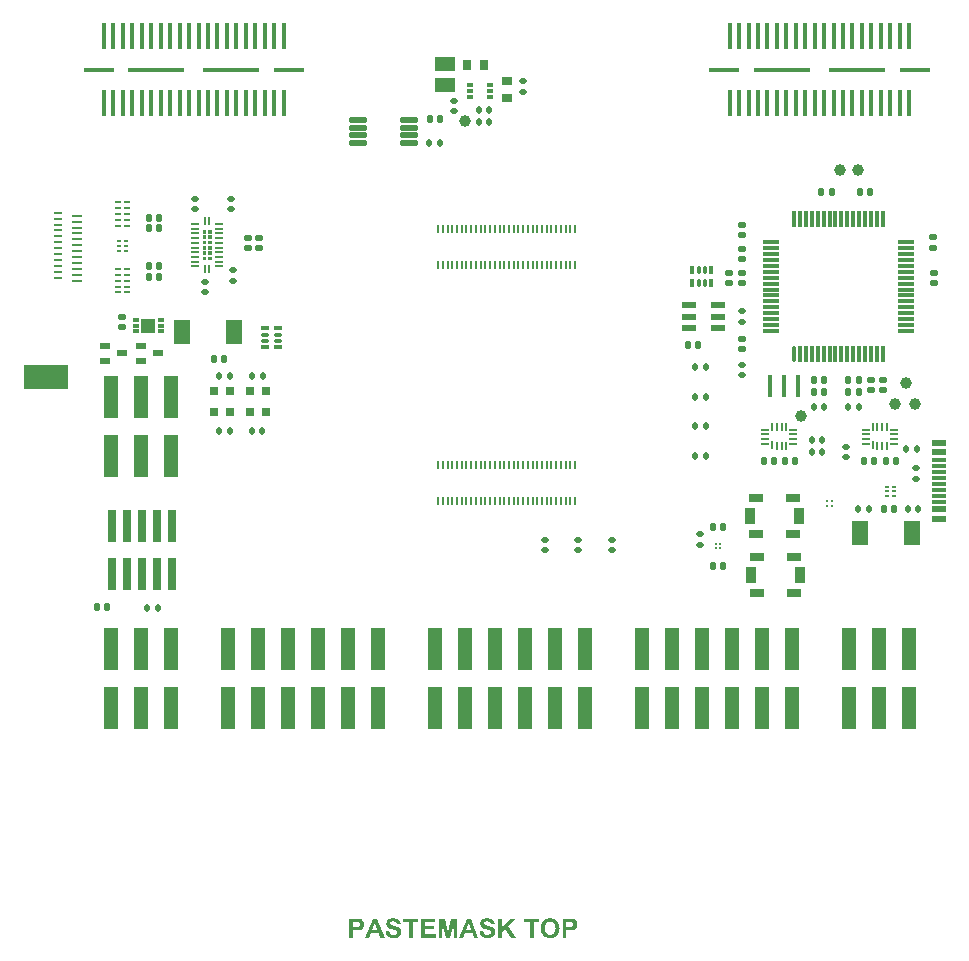
<source format=gtp>
G04*
G04 #@! TF.GenerationSoftware,Altium Limited,Altium Designer,23.2.1 (34)*
G04*
G04 Layer_Color=8421504*
%FSLAX25Y25*%
%MOIN*%
G70*
G04*
G04 #@! TF.SameCoordinates,387CD6D3-576D-47AB-95CD-A910FB3B32EF*
G04*
G04*
G04 #@! TF.FilePolarity,Positive*
G04*
G01*
G75*
%ADD21R,0.05000X0.14488*%
G04:AMPARAMS|DCode=22|XSize=21.26mil|YSize=23.62mil|CornerRadius=5.53mil|HoleSize=0mil|Usage=FLASHONLY|Rotation=180.000|XOffset=0mil|YOffset=0mil|HoleType=Round|Shape=RoundedRectangle|*
%AMROUNDEDRECTD22*
21,1,0.02126,0.01257,0,0,180.0*
21,1,0.01021,0.02362,0,0,180.0*
1,1,0.01106,-0.00510,0.00628*
1,1,0.01106,0.00510,0.00628*
1,1,0.01106,0.00510,-0.00628*
1,1,0.01106,-0.00510,-0.00628*
%
%ADD22ROUNDEDRECTD22*%
G04:AMPARAMS|DCode=23|XSize=19.68mil|YSize=23.62mil|CornerRadius=5.12mil|HoleSize=0mil|Usage=FLASHONLY|Rotation=0.000|XOffset=0mil|YOffset=0mil|HoleType=Round|Shape=RoundedRectangle|*
%AMROUNDEDRECTD23*
21,1,0.01968,0.01339,0,0,0.0*
21,1,0.00945,0.02362,0,0,0.0*
1,1,0.01024,0.00472,-0.00669*
1,1,0.01024,-0.00472,-0.00669*
1,1,0.01024,-0.00472,0.00669*
1,1,0.01024,0.00472,0.00669*
%
%ADD23ROUNDEDRECTD23*%
%ADD24R,0.02900X0.11000*%
%ADD25R,0.05512X0.08268*%
%ADD26C,0.01000*%
G04:AMPARAMS|DCode=27|XSize=21.26mil|YSize=23.62mil|CornerRadius=5.53mil|HoleSize=0mil|Usage=FLASHONLY|Rotation=90.000|XOffset=0mil|YOffset=0mil|HoleType=Round|Shape=RoundedRectangle|*
%AMROUNDEDRECTD27*
21,1,0.02126,0.01257,0,0,90.0*
21,1,0.01021,0.02362,0,0,90.0*
1,1,0.01106,0.00628,0.00510*
1,1,0.01106,0.00628,-0.00510*
1,1,0.01106,-0.00628,-0.00510*
1,1,0.01106,-0.00628,0.00510*
%
%ADD27ROUNDEDRECTD27*%
%ADD28R,0.03740X0.05512*%
%ADD29R,0.04528X0.02953*%
%ADD30R,0.02953X0.03150*%
%ADD31R,0.03268X0.02047*%
%ADD32R,0.01870X0.01181*%
%ADD33C,0.03937*%
%ADD34R,0.07165X0.04724*%
%ADD35R,0.04500X0.02300*%
%ADD36R,0.04500X0.01200*%
G04:AMPARAMS|DCode=37|XSize=57.87mil|YSize=18.9mil|CornerRadius=2.36mil|HoleSize=0mil|Usage=FLASHONLY|Rotation=0.000|XOffset=0mil|YOffset=0mil|HoleType=Round|Shape=RoundedRectangle|*
%AMROUNDEDRECTD37*
21,1,0.05787,0.01417,0,0,0.0*
21,1,0.05315,0.01890,0,0,0.0*
1,1,0.00472,0.02657,-0.00709*
1,1,0.00472,-0.02657,-0.00709*
1,1,0.00472,-0.02657,0.00709*
1,1,0.00472,0.02657,0.00709*
%
%ADD37ROUNDEDRECTD37*%
%ADD38R,0.02600X0.03700*%
%ADD39R,0.03700X0.02600*%
G04:AMPARAMS|DCode=40|XSize=19.68mil|YSize=23.62mil|CornerRadius=5.12mil|HoleSize=0mil|Usage=FLASHONLY|Rotation=90.000|XOffset=0mil|YOffset=0mil|HoleType=Round|Shape=RoundedRectangle|*
%AMROUNDEDRECTD40*
21,1,0.01968,0.01339,0,0,90.0*
21,1,0.00945,0.02362,0,0,90.0*
1,1,0.01024,0.00669,0.00472*
1,1,0.01024,0.00669,-0.00472*
1,1,0.01024,-0.00669,-0.00472*
1,1,0.01024,-0.00669,0.00472*
%
%ADD40ROUNDEDRECTD40*%
%ADD41R,0.01575X0.07480*%
%ADD42C,0.00800*%
G04:AMPARAMS|DCode=43|XSize=23.62mil|YSize=7.87mil|CornerRadius=0.98mil|HoleSize=0mil|Usage=FLASHONLY|Rotation=180.000|XOffset=0mil|YOffset=0mil|HoleType=Round|Shape=RoundedRectangle|*
%AMROUNDEDRECTD43*
21,1,0.02362,0.00591,0,0,180.0*
21,1,0.02165,0.00787,0,0,180.0*
1,1,0.00197,-0.01083,0.00295*
1,1,0.00197,0.01083,0.00295*
1,1,0.00197,0.01083,-0.00295*
1,1,0.00197,-0.01083,-0.00295*
%
%ADD43ROUNDEDRECTD43*%
G04:AMPARAMS|DCode=44|XSize=27.56mil|YSize=7.87mil|CornerRadius=0.98mil|HoleSize=0mil|Usage=FLASHONLY|Rotation=90.000|XOffset=0mil|YOffset=0mil|HoleType=Round|Shape=RoundedRectangle|*
%AMROUNDEDRECTD44*
21,1,0.02756,0.00591,0,0,90.0*
21,1,0.02559,0.00787,0,0,90.0*
1,1,0.00197,0.00295,0.01280*
1,1,0.00197,0.00295,-0.01280*
1,1,0.00197,-0.00295,-0.01280*
1,1,0.00197,-0.00295,0.01280*
%
%ADD44ROUNDEDRECTD44*%
G04:AMPARAMS|DCode=45|XSize=23.62mil|YSize=7.87mil|CornerRadius=0.98mil|HoleSize=0mil|Usage=FLASHONLY|Rotation=90.000|XOffset=0mil|YOffset=0mil|HoleType=Round|Shape=RoundedRectangle|*
%AMROUNDEDRECTD45*
21,1,0.02362,0.00591,0,0,90.0*
21,1,0.02165,0.00787,0,0,90.0*
1,1,0.00197,0.00295,0.01083*
1,1,0.00197,0.00295,-0.01083*
1,1,0.00197,-0.00295,-0.01083*
1,1,0.00197,-0.00295,0.01083*
%
%ADD45ROUNDEDRECTD45*%
%ADD46R,0.00787X0.02756*%
G04:AMPARAMS|DCode=47|XSize=25.59mil|YSize=15.75mil|CornerRadius=3.94mil|HoleSize=0mil|Usage=FLASHONLY|Rotation=180.000|XOffset=0mil|YOffset=0mil|HoleType=Round|Shape=RoundedRectangle|*
%AMROUNDEDRECTD47*
21,1,0.02559,0.00787,0,0,180.0*
21,1,0.01772,0.01575,0,0,180.0*
1,1,0.00787,-0.00886,0.00394*
1,1,0.00787,0.00886,0.00394*
1,1,0.00787,0.00886,-0.00394*
1,1,0.00787,-0.00886,-0.00394*
%
%ADD47ROUNDEDRECTD47*%
G04:AMPARAMS|DCode=48|XSize=25.59mil|YSize=11.81mil|CornerRadius=2.95mil|HoleSize=0mil|Usage=FLASHONLY|Rotation=180.000|XOffset=0mil|YOffset=0mil|HoleType=Round|Shape=RoundedRectangle|*
%AMROUNDEDRECTD48*
21,1,0.02559,0.00591,0,0,180.0*
21,1,0.01968,0.01181,0,0,180.0*
1,1,0.00591,-0.00984,0.00295*
1,1,0.00591,0.00984,0.00295*
1,1,0.00591,0.00984,-0.00295*
1,1,0.00591,-0.00984,-0.00295*
%
%ADD48ROUNDEDRECTD48*%
%ADD49R,0.15000X0.08000*%
%ADD50R,0.03150X0.01063*%
%ADD51R,0.03543X0.01063*%
G04:AMPARAMS|DCode=52|XSize=22.24mil|YSize=7.87mil|CornerRadius=1.97mil|HoleSize=0mil|Usage=FLASHONLY|Rotation=0.000|XOffset=0mil|YOffset=0mil|HoleType=Round|Shape=RoundedRectangle|*
%AMROUNDEDRECTD52*
21,1,0.02224,0.00394,0,0,0.0*
21,1,0.01831,0.00787,0,0,0.0*
1,1,0.00394,0.00915,-0.00197*
1,1,0.00394,-0.00915,-0.00197*
1,1,0.00394,-0.00915,0.00197*
1,1,0.00394,0.00915,0.00197*
%
%ADD52ROUNDEDRECTD52*%
G04:AMPARAMS|DCode=53|XSize=22.24mil|YSize=7.87mil|CornerRadius=0.98mil|HoleSize=0mil|Usage=FLASHONLY|Rotation=0.000|XOffset=0mil|YOffset=0mil|HoleType=Round|Shape=RoundedRectangle|*
%AMROUNDEDRECTD53*
21,1,0.02224,0.00591,0,0,0.0*
21,1,0.02028,0.00787,0,0,0.0*
1,1,0.00197,0.01014,-0.00295*
1,1,0.00197,-0.01014,-0.00295*
1,1,0.00197,-0.01014,0.00295*
1,1,0.00197,0.01014,0.00295*
%
%ADD53ROUNDEDRECTD53*%
G04:AMPARAMS|DCode=54|XSize=25.98mil|YSize=8.66mil|CornerRadius=1.08mil|HoleSize=0mil|Usage=FLASHONLY|Rotation=180.000|XOffset=0mil|YOffset=0mil|HoleType=Round|Shape=RoundedRectangle|*
%AMROUNDEDRECTD54*
21,1,0.02598,0.00650,0,0,180.0*
21,1,0.02382,0.00866,0,0,180.0*
1,1,0.00217,-0.01191,0.00325*
1,1,0.00217,0.01191,0.00325*
1,1,0.00217,0.01191,-0.00325*
1,1,0.00217,-0.01191,-0.00325*
%
%ADD54ROUNDEDRECTD54*%
G04:AMPARAMS|DCode=55|XSize=8.66mil|YSize=25.98mil|CornerRadius=1.08mil|HoleSize=0mil|Usage=FLASHONLY|Rotation=180.000|XOffset=0mil|YOffset=0mil|HoleType=Round|Shape=RoundedRectangle|*
%AMROUNDEDRECTD55*
21,1,0.00866,0.02382,0,0,180.0*
21,1,0.00650,0.02598,0,0,180.0*
1,1,0.00217,-0.00325,0.01191*
1,1,0.00217,0.00325,0.01191*
1,1,0.00217,0.00325,-0.01191*
1,1,0.00217,-0.00325,-0.01191*
%
%ADD55ROUNDEDRECTD55*%
%ADD56R,0.04528X0.05118*%
%ADD57R,0.02362X0.01181*%
%ADD58R,0.01654X0.00866*%
G04:AMPARAMS|DCode=59|XSize=47.64mil|YSize=22.84mil|CornerRadius=2.85mil|HoleSize=0mil|Usage=FLASHONLY|Rotation=180.000|XOffset=0mil|YOffset=0mil|HoleType=Round|Shape=RoundedRectangle|*
%AMROUNDEDRECTD59*
21,1,0.04764,0.01713,0,0,180.0*
21,1,0.04193,0.02284,0,0,180.0*
1,1,0.00571,-0.02097,0.00856*
1,1,0.00571,0.02097,0.00856*
1,1,0.00571,0.02097,-0.00856*
1,1,0.00571,-0.02097,-0.00856*
%
%ADD59ROUNDEDRECTD59*%
%ADD60R,0.05807X0.01181*%
%ADD61R,0.01181X0.05807*%
%ADD62O,0.01181X0.05807*%
%ADD63R,0.01614X0.08937*%
%ADD64R,0.01614X0.08937*%
%ADD65R,0.10000X0.01693*%
%ADD66R,0.18504X0.01693*%
G04:AMPARAMS|DCode=67|XSize=25.59mil|YSize=15.75mil|CornerRadius=3.94mil|HoleSize=0mil|Usage=FLASHONLY|Rotation=90.000|XOffset=0mil|YOffset=0mil|HoleType=Round|Shape=RoundedRectangle|*
%AMROUNDEDRECTD67*
21,1,0.02559,0.00787,0,0,90.0*
21,1,0.01772,0.01575,0,0,90.0*
1,1,0.00787,0.00394,0.00886*
1,1,0.00787,0.00394,-0.00886*
1,1,0.00787,-0.00394,-0.00886*
1,1,0.00787,-0.00394,0.00886*
%
%ADD67ROUNDEDRECTD67*%
G04:AMPARAMS|DCode=68|XSize=25.59mil|YSize=11.81mil|CornerRadius=2.95mil|HoleSize=0mil|Usage=FLASHONLY|Rotation=90.000|XOffset=0mil|YOffset=0mil|HoleType=Round|Shape=RoundedRectangle|*
%AMROUNDEDRECTD68*
21,1,0.02559,0.00591,0,0,90.0*
21,1,0.01968,0.01181,0,0,90.0*
1,1,0.00591,0.00295,0.00984*
1,1,0.00591,0.00295,-0.00984*
1,1,0.00591,-0.00295,-0.00984*
1,1,0.00591,-0.00295,0.00984*
%
%ADD68ROUNDEDRECTD68*%
G36*
X59119Y164390D02*
X57938D01*
Y165571D01*
X59119D01*
Y164390D01*
D02*
G37*
G36*
X57348D02*
X56166D01*
Y165571D01*
X57348D01*
Y164390D01*
D02*
G37*
G36*
X59119Y162618D02*
X57938D01*
Y163799D01*
X59119D01*
Y162618D01*
D02*
G37*
G36*
X57348D02*
X56166D01*
Y163799D01*
X57348D01*
Y162618D01*
D02*
G37*
G36*
X59119Y160847D02*
X57938D01*
Y162028D01*
X59119D01*
Y160847D01*
D02*
G37*
G36*
X57348D02*
X56166D01*
Y162028D01*
X57348D01*
Y160847D01*
D02*
G37*
G36*
X59119Y169705D02*
X57938D01*
Y170886D01*
X59119D01*
Y169705D01*
D02*
G37*
G36*
X57348D02*
X56166D01*
Y170886D01*
X57348D01*
Y169705D01*
D02*
G37*
G36*
X59119Y167933D02*
X57938D01*
Y169114D01*
X59119D01*
Y167933D01*
D02*
G37*
G36*
X57348D02*
X56166D01*
Y169114D01*
X57348D01*
Y167933D01*
D02*
G37*
G36*
X59119Y166162D02*
X57938D01*
Y167343D01*
X59119D01*
Y166162D01*
D02*
G37*
G36*
X57348D02*
X56166D01*
Y167343D01*
X57348D01*
Y166162D01*
D02*
G37*
G36*
X151228Y-58474D02*
X151330Y-58483D01*
X151450Y-58492D01*
X151570Y-58511D01*
X151709Y-58529D01*
X152005Y-58594D01*
X152153Y-58640D01*
X152301Y-58687D01*
X152449Y-58751D01*
X152588Y-58825D01*
X152717Y-58909D01*
X152837Y-59001D01*
X152847Y-59010D01*
X152865Y-59029D01*
X152893Y-59057D01*
X152930Y-59094D01*
X152976Y-59149D01*
X153032Y-59214D01*
X153087Y-59288D01*
X153152Y-59371D01*
X153207Y-59473D01*
X153263Y-59575D01*
X153318Y-59695D01*
X153365Y-59824D01*
X153411Y-59954D01*
X153448Y-60102D01*
X153476Y-60250D01*
X153485Y-60416D01*
X152190Y-60463D01*
Y-60453D01*
Y-60444D01*
X152171Y-60379D01*
X152153Y-60296D01*
X152116Y-60194D01*
X152070Y-60074D01*
X152005Y-59963D01*
X151922Y-59852D01*
X151829Y-59760D01*
X151820Y-59750D01*
X151783Y-59723D01*
X151718Y-59686D01*
X151626Y-59649D01*
X151515Y-59612D01*
X151376Y-59575D01*
X151209Y-59547D01*
X151015Y-59538D01*
X150923D01*
X150821Y-59547D01*
X150701Y-59565D01*
X150562Y-59593D01*
X150414Y-59639D01*
X150275Y-59695D01*
X150146Y-59778D01*
X150136Y-59787D01*
X150118Y-59806D01*
X150081Y-59834D01*
X150044Y-59880D01*
X150007Y-59935D01*
X149970Y-60009D01*
X149951Y-60083D01*
X149942Y-60176D01*
Y-60185D01*
Y-60213D01*
X149951Y-60259D01*
X149970Y-60305D01*
X149988Y-60370D01*
X150016Y-60435D01*
X150062Y-60500D01*
X150127Y-60564D01*
X150136Y-60574D01*
X150183Y-60601D01*
X150210Y-60620D01*
X150257Y-60638D01*
X150303Y-60666D01*
X150368Y-60694D01*
X150442Y-60722D01*
X150525Y-60759D01*
X150627Y-60796D01*
X150728Y-60833D01*
X150858Y-60870D01*
X150997Y-60907D01*
X151145Y-60944D01*
X151311Y-60990D01*
X151320D01*
X151357Y-60999D01*
X151404Y-61008D01*
X151468Y-61027D01*
X151542Y-61045D01*
X151635Y-61073D01*
X151737Y-61101D01*
X151838Y-61129D01*
X152060Y-61203D01*
X152292Y-61277D01*
X152514Y-61360D01*
X152606Y-61406D01*
X152699Y-61452D01*
X152708D01*
X152717Y-61462D01*
X152773Y-61499D01*
X152856Y-61554D01*
X152958Y-61628D01*
X153069Y-61721D01*
X153189Y-61832D01*
X153309Y-61961D01*
X153411Y-62109D01*
X153420Y-62128D01*
X153448Y-62183D01*
X153494Y-62266D01*
X153540Y-62387D01*
X153587Y-62535D01*
X153633Y-62710D01*
X153661Y-62905D01*
X153670Y-63127D01*
Y-63136D01*
Y-63154D01*
Y-63182D01*
Y-63219D01*
X153661Y-63265D01*
X153651Y-63330D01*
X153633Y-63460D01*
X153596Y-63626D01*
X153540Y-63802D01*
X153457Y-63978D01*
X153355Y-64163D01*
Y-64172D01*
X153337Y-64181D01*
X153300Y-64237D01*
X153226Y-64329D01*
X153133Y-64431D01*
X153013Y-64551D01*
X152856Y-64662D01*
X152689Y-64773D01*
X152486Y-64875D01*
X152477D01*
X152458Y-64884D01*
X152430Y-64893D01*
X152384Y-64912D01*
X152329Y-64930D01*
X152264Y-64949D01*
X152190Y-64967D01*
X152107Y-64986D01*
X152005Y-65014D01*
X151903Y-65032D01*
X151663Y-65069D01*
X151394Y-65097D01*
X151098Y-65106D01*
X150978D01*
X150895Y-65097D01*
X150793Y-65088D01*
X150682Y-65078D01*
X150553Y-65060D01*
X150414Y-65032D01*
X150109Y-64967D01*
X149951Y-64921D01*
X149803Y-64875D01*
X149646Y-64810D01*
X149498Y-64736D01*
X149359Y-64653D01*
X149230Y-64551D01*
X149221Y-64542D01*
X149202Y-64523D01*
X149165Y-64496D01*
X149128Y-64449D01*
X149073Y-64385D01*
X149017Y-64311D01*
X148952Y-64227D01*
X148888Y-64135D01*
X148823Y-64024D01*
X148758Y-63904D01*
X148693Y-63765D01*
X148629Y-63617D01*
X148582Y-63460D01*
X148527Y-63284D01*
X148490Y-63099D01*
X148462Y-62905D01*
X149720Y-62784D01*
Y-62794D01*
X149729Y-62812D01*
Y-62849D01*
X149739Y-62886D01*
X149776Y-62997D01*
X149822Y-63136D01*
X149877Y-63293D01*
X149961Y-63450D01*
X150053Y-63589D01*
X150173Y-63719D01*
X150192Y-63728D01*
X150238Y-63765D01*
X150312Y-63811D01*
X150423Y-63867D01*
X150562Y-63922D01*
X150719Y-63968D01*
X150904Y-64005D01*
X151117Y-64015D01*
X151219D01*
X151330Y-63996D01*
X151468Y-63978D01*
X151616Y-63950D01*
X151774Y-63904D01*
X151922Y-63839D01*
X152051Y-63756D01*
X152070Y-63746D01*
X152107Y-63709D01*
X152153Y-63654D01*
X152218Y-63580D01*
X152273Y-63487D01*
X152329Y-63376D01*
X152366Y-63265D01*
X152375Y-63136D01*
Y-63127D01*
Y-63099D01*
X152366Y-63053D01*
X152356Y-62997D01*
X152338Y-62942D01*
X152319Y-62877D01*
X152282Y-62812D01*
X152236Y-62747D01*
X152227Y-62738D01*
X152208Y-62720D01*
X152181Y-62692D01*
X152134Y-62655D01*
X152070Y-62609D01*
X151986Y-62562D01*
X151894Y-62516D01*
X151774Y-62470D01*
X151764D01*
X151727Y-62451D01*
X151663Y-62433D01*
X151616Y-62414D01*
X151561Y-62405D01*
X151496Y-62387D01*
X151422Y-62359D01*
X151339Y-62340D01*
X151246Y-62313D01*
X151135Y-62285D01*
X151015Y-62257D01*
X150886Y-62220D01*
X150738Y-62183D01*
X150728D01*
X150691Y-62174D01*
X150636Y-62155D01*
X150571Y-62137D01*
X150488Y-62109D01*
X150386Y-62081D01*
X150284Y-62044D01*
X150164Y-62007D01*
X149924Y-61915D01*
X149692Y-61804D01*
X149572Y-61748D01*
X149470Y-61684D01*
X149369Y-61619D01*
X149285Y-61554D01*
X149276Y-61545D01*
X149258Y-61526D01*
X149230Y-61499D01*
X149193Y-61462D01*
X149147Y-61406D01*
X149100Y-61341D01*
X149045Y-61277D01*
X148999Y-61193D01*
X148888Y-60999D01*
X148795Y-60777D01*
X148758Y-60657D01*
X148730Y-60537D01*
X148712Y-60398D01*
X148703Y-60259D01*
Y-60250D01*
Y-60241D01*
Y-60213D01*
Y-60176D01*
X148721Y-60083D01*
X148740Y-59963D01*
X148767Y-59824D01*
X148814Y-59667D01*
X148878Y-59501D01*
X148971Y-59343D01*
Y-59334D01*
X148980Y-59325D01*
X149026Y-59269D01*
X149082Y-59195D01*
X149174Y-59103D01*
X149285Y-59001D01*
X149424Y-58890D01*
X149581Y-58788D01*
X149766Y-58696D01*
X149776D01*
X149794Y-58687D01*
X149822Y-58677D01*
X149859Y-58659D01*
X149914Y-58640D01*
X149970Y-58622D01*
X150044Y-58603D01*
X150127Y-58576D01*
X150312Y-58539D01*
X150525Y-58502D01*
X150765Y-58474D01*
X151034Y-58465D01*
X151145D01*
X151228Y-58474D01*
D02*
G37*
G36*
X119917Y-58474D02*
X120018Y-58483D01*
X120139Y-58492D01*
X120259Y-58511D01*
X120398Y-58529D01*
X120694Y-58594D01*
X120842Y-58640D01*
X120990Y-58687D01*
X121138Y-58751D01*
X121276Y-58825D01*
X121406Y-58909D01*
X121526Y-59001D01*
X121535Y-59010D01*
X121554Y-59029D01*
X121582Y-59057D01*
X121619Y-59094D01*
X121665Y-59149D01*
X121720Y-59214D01*
X121776Y-59288D01*
X121841Y-59371D01*
X121896Y-59473D01*
X121952Y-59575D01*
X122007Y-59695D01*
X122053Y-59824D01*
X122100Y-59954D01*
X122137Y-60102D01*
X122164Y-60250D01*
X122174Y-60416D01*
X120879Y-60463D01*
Y-60453D01*
Y-60444D01*
X120860Y-60379D01*
X120842Y-60296D01*
X120805Y-60194D01*
X120758Y-60074D01*
X120694Y-59963D01*
X120610Y-59852D01*
X120518Y-59760D01*
X120509Y-59750D01*
X120472Y-59723D01*
X120407Y-59686D01*
X120314Y-59649D01*
X120203Y-59612D01*
X120065Y-59575D01*
X119898Y-59547D01*
X119704Y-59538D01*
X119611D01*
X119510Y-59547D01*
X119389Y-59565D01*
X119251Y-59593D01*
X119103Y-59639D01*
X118964Y-59695D01*
X118834Y-59778D01*
X118825Y-59787D01*
X118807Y-59806D01*
X118770Y-59834D01*
X118733Y-59880D01*
X118696Y-59935D01*
X118659Y-60009D01*
X118640Y-60083D01*
X118631Y-60176D01*
Y-60185D01*
Y-60213D01*
X118640Y-60259D01*
X118659Y-60305D01*
X118677Y-60370D01*
X118705Y-60435D01*
X118751Y-60500D01*
X118816Y-60564D01*
X118825Y-60574D01*
X118871Y-60601D01*
X118899Y-60620D01*
X118945Y-60638D01*
X118992Y-60666D01*
X119056Y-60694D01*
X119130Y-60722D01*
X119214Y-60759D01*
X119315Y-60796D01*
X119417Y-60833D01*
X119547Y-60870D01*
X119685Y-60907D01*
X119833Y-60944D01*
X120000Y-60990D01*
X120009D01*
X120046Y-60999D01*
X120092Y-61008D01*
X120157Y-61027D01*
X120231Y-61045D01*
X120324Y-61073D01*
X120425Y-61101D01*
X120527Y-61129D01*
X120749Y-61203D01*
X120980Y-61277D01*
X121202Y-61360D01*
X121295Y-61406D01*
X121387Y-61452D01*
X121397D01*
X121406Y-61462D01*
X121461Y-61499D01*
X121545Y-61554D01*
X121646Y-61628D01*
X121757Y-61721D01*
X121878Y-61832D01*
X121998Y-61961D01*
X122100Y-62109D01*
X122109Y-62128D01*
X122137Y-62183D01*
X122183Y-62266D01*
X122229Y-62387D01*
X122275Y-62535D01*
X122322Y-62710D01*
X122349Y-62905D01*
X122359Y-63127D01*
Y-63136D01*
Y-63154D01*
Y-63182D01*
Y-63219D01*
X122349Y-63265D01*
X122340Y-63330D01*
X122322Y-63460D01*
X122285Y-63626D01*
X122229Y-63802D01*
X122146Y-63978D01*
X122044Y-64163D01*
Y-64172D01*
X122026Y-64181D01*
X121989Y-64237D01*
X121915Y-64329D01*
X121822Y-64431D01*
X121702Y-64551D01*
X121545Y-64662D01*
X121378Y-64773D01*
X121175Y-64875D01*
X121165D01*
X121147Y-64884D01*
X121119Y-64893D01*
X121073Y-64912D01*
X121017Y-64930D01*
X120953Y-64949D01*
X120879Y-64967D01*
X120795Y-64986D01*
X120694Y-65014D01*
X120592Y-65032D01*
X120351Y-65069D01*
X120083Y-65097D01*
X119787Y-65106D01*
X119667D01*
X119584Y-65097D01*
X119482Y-65088D01*
X119371Y-65078D01*
X119241Y-65060D01*
X119103Y-65032D01*
X118797Y-64967D01*
X118640Y-64921D01*
X118492Y-64875D01*
X118335Y-64810D01*
X118187Y-64736D01*
X118048Y-64653D01*
X117919Y-64551D01*
X117909Y-64542D01*
X117891Y-64523D01*
X117854Y-64496D01*
X117817Y-64449D01*
X117761Y-64385D01*
X117706Y-64311D01*
X117641Y-64227D01*
X117576Y-64135D01*
X117512Y-64024D01*
X117447Y-63904D01*
X117382Y-63765D01*
X117317Y-63617D01*
X117271Y-63460D01*
X117216Y-63284D01*
X117179Y-63099D01*
X117151Y-62905D01*
X118409Y-62784D01*
Y-62794D01*
X118418Y-62812D01*
Y-62849D01*
X118427Y-62886D01*
X118464Y-62997D01*
X118511Y-63136D01*
X118566Y-63293D01*
X118649Y-63450D01*
X118742Y-63589D01*
X118862Y-63719D01*
X118881Y-63728D01*
X118927Y-63765D01*
X119001Y-63811D01*
X119112Y-63867D01*
X119251Y-63922D01*
X119408Y-63968D01*
X119593Y-64005D01*
X119806Y-64015D01*
X119907D01*
X120018Y-63996D01*
X120157Y-63978D01*
X120305Y-63950D01*
X120462Y-63904D01*
X120610Y-63839D01*
X120740Y-63756D01*
X120758Y-63746D01*
X120795Y-63709D01*
X120842Y-63654D01*
X120906Y-63580D01*
X120962Y-63487D01*
X121017Y-63376D01*
X121054Y-63265D01*
X121064Y-63136D01*
Y-63127D01*
Y-63099D01*
X121054Y-63053D01*
X121045Y-62997D01*
X121027Y-62942D01*
X121008Y-62877D01*
X120971Y-62812D01*
X120925Y-62747D01*
X120916Y-62738D01*
X120897Y-62720D01*
X120869Y-62692D01*
X120823Y-62655D01*
X120758Y-62609D01*
X120675Y-62562D01*
X120583Y-62516D01*
X120462Y-62470D01*
X120453D01*
X120416Y-62451D01*
X120351Y-62433D01*
X120305Y-62414D01*
X120250Y-62405D01*
X120185Y-62387D01*
X120111Y-62359D01*
X120028Y-62340D01*
X119935Y-62313D01*
X119824Y-62285D01*
X119704Y-62257D01*
X119574Y-62220D01*
X119426Y-62183D01*
X119417D01*
X119380Y-62174D01*
X119325Y-62155D01*
X119260Y-62137D01*
X119177Y-62109D01*
X119075Y-62081D01*
X118973Y-62044D01*
X118853Y-62007D01*
X118612Y-61915D01*
X118381Y-61804D01*
X118261Y-61748D01*
X118159Y-61684D01*
X118057Y-61619D01*
X117974Y-61554D01*
X117965Y-61545D01*
X117946Y-61526D01*
X117919Y-61499D01*
X117882Y-61462D01*
X117835Y-61406D01*
X117789Y-61341D01*
X117734Y-61277D01*
X117687Y-61193D01*
X117576Y-60999D01*
X117484Y-60777D01*
X117447Y-60657D01*
X117419Y-60537D01*
X117401Y-60398D01*
X117391Y-60259D01*
Y-60250D01*
Y-60241D01*
Y-60213D01*
Y-60176D01*
X117410Y-60083D01*
X117428Y-59963D01*
X117456Y-59824D01*
X117502Y-59667D01*
X117567Y-59501D01*
X117660Y-59343D01*
Y-59334D01*
X117669Y-59325D01*
X117715Y-59269D01*
X117771Y-59195D01*
X117863Y-59103D01*
X117974Y-59001D01*
X118113Y-58890D01*
X118270Y-58788D01*
X118455Y-58696D01*
X118464D01*
X118483Y-58687D01*
X118511Y-58677D01*
X118548Y-58659D01*
X118603Y-58640D01*
X118659Y-58622D01*
X118733Y-58603D01*
X118816Y-58576D01*
X119001Y-58539D01*
X119214Y-58502D01*
X119454Y-58474D01*
X119722Y-58465D01*
X119833D01*
X119917Y-58474D01*
D02*
G37*
G36*
X158008Y-61082D02*
X160552Y-64986D01*
X158878D01*
X157111Y-61980D01*
X156066Y-63053D01*
Y-64986D01*
X154771D01*
Y-58585D01*
X156066D01*
Y-61434D01*
X158693Y-58585D01*
X160432D01*
X158008Y-61082D01*
D02*
G37*
G36*
X141034Y-64986D02*
X139841D01*
X139832Y-59954D01*
X138574Y-64986D01*
X137325D01*
X136067Y-59954D01*
Y-64986D01*
X134874D01*
Y-58585D01*
X136807D01*
X137954Y-62960D01*
X139092Y-58585D01*
X141034D01*
Y-64986D01*
D02*
G37*
G36*
X178599Y-58594D02*
X178839D01*
X179098Y-58613D01*
X179357Y-58631D01*
X179468Y-58640D01*
X179579Y-58650D01*
X179672Y-58668D01*
X179746Y-58687D01*
X179755D01*
X179773Y-58696D01*
X179801Y-58705D01*
X179838Y-58714D01*
X179940Y-58761D01*
X180069Y-58816D01*
X180208Y-58899D01*
X180365Y-59010D01*
X180513Y-59149D01*
X180661Y-59316D01*
Y-59325D01*
X180680Y-59334D01*
X180698Y-59362D01*
X180717Y-59399D01*
X180754Y-59454D01*
X180782Y-59510D01*
X180819Y-59575D01*
X180856Y-59649D01*
X180920Y-59834D01*
X180985Y-60037D01*
X181022Y-60287D01*
X181041Y-60555D01*
Y-60564D01*
Y-60583D01*
Y-60611D01*
Y-60657D01*
X181031Y-60703D01*
Y-60768D01*
X181013Y-60897D01*
X180985Y-61055D01*
X180948Y-61230D01*
X180893Y-61397D01*
X180819Y-61554D01*
X180809Y-61573D01*
X180782Y-61619D01*
X180735Y-61693D01*
X180671Y-61785D01*
X180597Y-61878D01*
X180495Y-61989D01*
X180393Y-62091D01*
X180273Y-62183D01*
X180254Y-62192D01*
X180217Y-62220D01*
X180153Y-62257D01*
X180069Y-62303D01*
X179968Y-62359D01*
X179857Y-62405D01*
X179736Y-62451D01*
X179607Y-62488D01*
X179588D01*
X179561Y-62498D01*
X179524D01*
X179477Y-62507D01*
X179413Y-62516D01*
X179348Y-62525D01*
X179265D01*
X179181Y-62535D01*
X179080Y-62544D01*
X178969Y-62553D01*
X178848Y-62562D01*
X178719D01*
X178580Y-62572D01*
X177433D01*
Y-64986D01*
X176138D01*
Y-58585D01*
X178497D01*
X178599Y-58594D01*
D02*
G37*
G36*
X168340Y-59667D02*
X166453D01*
Y-64986D01*
X165158D01*
Y-59667D01*
X163262D01*
Y-58585D01*
X168340D01*
Y-59667D01*
D02*
G37*
G36*
X148111Y-64986D02*
X146714D01*
X146159Y-63534D01*
X143587D01*
X143060Y-64986D01*
X141691D01*
X144170Y-58585D01*
X145539D01*
X148111Y-64986D01*
D02*
G37*
G36*
X133671Y-59667D02*
X130221Y-59667D01*
Y-61082D01*
X133431D01*
Y-62165D01*
X130221D01*
Y-63904D01*
X133792Y-63904D01*
Y-64986D01*
X128926Y-64986D01*
Y-58585D01*
X133671Y-58585D01*
Y-59667D01*
D02*
G37*
G36*
X128084Y-59667D02*
X126197D01*
Y-64986D01*
X124902D01*
Y-59667D01*
X123006D01*
Y-58585D01*
X128084D01*
Y-59667D01*
D02*
G37*
G36*
X116799Y-64986D02*
X115403D01*
X114848Y-63534D01*
X112276D01*
X111749Y-64986D01*
X110380D01*
X112859Y-58585D01*
X114228D01*
X116799Y-64986D01*
D02*
G37*
G36*
X107531Y-58594D02*
X107771D01*
X108030Y-58613D01*
X108289Y-58631D01*
X108400Y-58640D01*
X108511Y-58650D01*
X108604Y-58668D01*
X108678Y-58687D01*
X108687D01*
X108706Y-58696D01*
X108733Y-58705D01*
X108770Y-58714D01*
X108872Y-58761D01*
X109002Y-58816D01*
X109140Y-58899D01*
X109298Y-59010D01*
X109446Y-59149D01*
X109594Y-59316D01*
Y-59325D01*
X109612Y-59334D01*
X109631Y-59362D01*
X109649Y-59399D01*
X109686Y-59454D01*
X109714Y-59510D01*
X109751Y-59575D01*
X109788Y-59649D01*
X109853Y-59834D01*
X109917Y-60037D01*
X109954Y-60287D01*
X109973Y-60555D01*
Y-60564D01*
Y-60583D01*
Y-60611D01*
Y-60657D01*
X109964Y-60703D01*
Y-60768D01*
X109945Y-60897D01*
X109917Y-61055D01*
X109880Y-61230D01*
X109825Y-61397D01*
X109751Y-61554D01*
X109742Y-61573D01*
X109714Y-61619D01*
X109668Y-61693D01*
X109603Y-61785D01*
X109529Y-61878D01*
X109427Y-61989D01*
X109325Y-62091D01*
X109205Y-62183D01*
X109187Y-62192D01*
X109150Y-62220D01*
X109085Y-62257D01*
X109002Y-62303D01*
X108900Y-62359D01*
X108789Y-62405D01*
X108669Y-62451D01*
X108539Y-62488D01*
X108521D01*
X108493Y-62498D01*
X108456D01*
X108410Y-62507D01*
X108345Y-62516D01*
X108280Y-62525D01*
X108197D01*
X108114Y-62535D01*
X108012Y-62544D01*
X107901Y-62553D01*
X107781Y-62562D01*
X107651D01*
X107512Y-62572D01*
X106365D01*
Y-64986D01*
X105070D01*
Y-58585D01*
X107429D01*
X107531Y-58594D01*
D02*
G37*
G36*
X172142Y-58474D02*
X172235D01*
X172355Y-58492D01*
X172494Y-58511D01*
X172651Y-58539D01*
X172817Y-58576D01*
X172993Y-58622D01*
X173178Y-58677D01*
X173363Y-58751D01*
X173557Y-58835D01*
X173742Y-58936D01*
X173927Y-59057D01*
X174103Y-59195D01*
X174270Y-59353D01*
X174279Y-59362D01*
X174307Y-59390D01*
X174353Y-59445D01*
X174399Y-59510D01*
X174464Y-59602D01*
X174538Y-59713D01*
X174612Y-59843D01*
X174695Y-59991D01*
X174778Y-60148D01*
X174852Y-60333D01*
X174926Y-60537D01*
X174991Y-60749D01*
X175047Y-60990D01*
X175084Y-61240D01*
X175111Y-61508D01*
X175121Y-61795D01*
Y-61813D01*
Y-61859D01*
X175111Y-61943D01*
Y-62054D01*
X175093Y-62183D01*
X175074Y-62331D01*
X175047Y-62507D01*
X175019Y-62683D01*
X174973Y-62877D01*
X174917Y-63080D01*
X174843Y-63284D01*
X174760Y-63487D01*
X174667Y-63682D01*
X174547Y-63876D01*
X174418Y-64061D01*
X174270Y-64237D01*
X174260Y-64246D01*
X174233Y-64274D01*
X174186Y-64320D01*
X174112Y-64375D01*
X174029Y-64440D01*
X173927Y-64514D01*
X173807Y-64588D01*
X173678Y-64671D01*
X173520Y-64755D01*
X173354Y-64829D01*
X173169Y-64903D01*
X172965Y-64967D01*
X172753Y-65023D01*
X172521Y-65069D01*
X172281Y-65097D01*
X172022Y-65106D01*
X171957D01*
X171883Y-65097D01*
X171791Y-65088D01*
X171670Y-65078D01*
X171532Y-65060D01*
X171374Y-65032D01*
X171208Y-64995D01*
X171023Y-64949D01*
X170847Y-64893D01*
X170653Y-64819D01*
X170468Y-64736D01*
X170274Y-64644D01*
X170098Y-64523D01*
X169922Y-64394D01*
X169756Y-64237D01*
X169746Y-64227D01*
X169719Y-64200D01*
X169682Y-64144D01*
X169626Y-64079D01*
X169561Y-63987D01*
X169487Y-63876D01*
X169413Y-63756D01*
X169339Y-63608D01*
X169256Y-63450D01*
X169182Y-63265D01*
X169108Y-63071D01*
X169043Y-62858D01*
X168988Y-62627D01*
X168951Y-62377D01*
X168923Y-62109D01*
X168914Y-61832D01*
Y-61822D01*
Y-61785D01*
Y-61739D01*
X168923Y-61665D01*
Y-61582D01*
X168932Y-61489D01*
X168942Y-61378D01*
X168951Y-61258D01*
X168988Y-60999D01*
X169034Y-60722D01*
X169108Y-60444D01*
X169201Y-60185D01*
Y-60176D01*
X169210Y-60167D01*
X169228Y-60139D01*
X169238Y-60102D01*
X169293Y-60009D01*
X169358Y-59889D01*
X169441Y-59750D01*
X169543Y-59612D01*
X169663Y-59454D01*
X169793Y-59306D01*
X169802Y-59297D01*
X169811Y-59288D01*
X169857Y-59242D01*
X169941Y-59168D01*
X170042Y-59084D01*
X170163Y-58992D01*
X170301Y-58890D01*
X170459Y-58798D01*
X170625Y-58724D01*
X170634D01*
X170653Y-58714D01*
X170690Y-58696D01*
X170736Y-58687D01*
X170792Y-58659D01*
X170856Y-58640D01*
X170940Y-58622D01*
X171023Y-58594D01*
X171226Y-58548D01*
X171458Y-58502D01*
X171726Y-58474D01*
X172003Y-58465D01*
X172068D01*
X172142Y-58474D01*
D02*
G37*
%LPC*%
G36*
X178395Y-59667D02*
X177433D01*
Y-61489D01*
X178321D01*
X178386Y-61480D01*
X178552D01*
X178719Y-61471D01*
X178885Y-61452D01*
X179033Y-61425D01*
X179098Y-61415D01*
X179154Y-61397D01*
X179163Y-61388D01*
X179200Y-61378D01*
X179246Y-61351D01*
X179302Y-61323D01*
X179366Y-61277D01*
X179431Y-61221D01*
X179505Y-61156D01*
X179561Y-61082D01*
X179570Y-61073D01*
X179588Y-61045D01*
X179607Y-60999D01*
X179635Y-60934D01*
X179662Y-60860D01*
X179690Y-60777D01*
X179699Y-60685D01*
X179709Y-60583D01*
Y-60564D01*
Y-60527D01*
X179699Y-60463D01*
X179681Y-60379D01*
X179653Y-60287D01*
X179616Y-60185D01*
X179570Y-60093D01*
X179496Y-60000D01*
X179487Y-59991D01*
X179459Y-59963D01*
X179413Y-59926D01*
X179357Y-59880D01*
X179283Y-59824D01*
X179191Y-59778D01*
X179089Y-59741D01*
X178978Y-59713D01*
X178969D01*
X178932Y-59704D01*
X178867Y-59695D01*
X178774Y-59686D01*
X178654D01*
X178571Y-59676D01*
X178488D01*
X178395Y-59667D01*
D02*
G37*
G36*
X144845Y-60074D02*
X143976Y-62451D01*
X145743D01*
X144845Y-60074D01*
D02*
G37*
G36*
X113534Y-60074D02*
X112665Y-62451D01*
X114431D01*
X113534Y-60074D01*
D02*
G37*
G36*
X107327Y-59667D02*
X106365D01*
Y-61489D01*
X107253D01*
X107318Y-61480D01*
X107485D01*
X107651Y-61471D01*
X107818Y-61452D01*
X107966Y-61425D01*
X108030Y-61415D01*
X108086Y-61397D01*
X108095Y-61388D01*
X108132Y-61378D01*
X108178Y-61351D01*
X108234Y-61323D01*
X108299Y-61277D01*
X108363Y-61221D01*
X108437Y-61156D01*
X108493Y-61082D01*
X108502Y-61073D01*
X108521Y-61045D01*
X108539Y-60999D01*
X108567Y-60934D01*
X108595Y-60860D01*
X108622Y-60777D01*
X108632Y-60685D01*
X108641Y-60583D01*
Y-60564D01*
Y-60527D01*
X108632Y-60463D01*
X108613Y-60379D01*
X108585Y-60287D01*
X108548Y-60185D01*
X108502Y-60093D01*
X108428Y-60000D01*
X108419Y-59991D01*
X108391Y-59963D01*
X108345Y-59926D01*
X108289Y-59880D01*
X108215Y-59824D01*
X108123Y-59778D01*
X108021Y-59741D01*
X107910Y-59713D01*
X107901D01*
X107864Y-59704D01*
X107799Y-59695D01*
X107707Y-59686D01*
X107586D01*
X107503Y-59676D01*
X107420D01*
X107327Y-59667D01*
D02*
G37*
G36*
X172022Y-59565D02*
X171948D01*
X171892Y-59575D01*
X171818Y-59584D01*
X171744Y-59593D01*
X171559Y-59630D01*
X171356Y-59704D01*
X171245Y-59741D01*
X171134Y-59797D01*
X171032Y-59861D01*
X170921Y-59935D01*
X170819Y-60019D01*
X170727Y-60120D01*
X170718Y-60130D01*
X170708Y-60148D01*
X170681Y-60176D01*
X170653Y-60222D01*
X170616Y-60287D01*
X170579Y-60352D01*
X170533Y-60435D01*
X170486Y-60537D01*
X170440Y-60648D01*
X170394Y-60768D01*
X170357Y-60907D01*
X170320Y-61055D01*
X170292Y-61221D01*
X170264Y-61397D01*
X170255Y-61582D01*
X170246Y-61785D01*
Y-61795D01*
Y-61832D01*
Y-61887D01*
X170255Y-61961D01*
X170264Y-62054D01*
X170274Y-62165D01*
X170292Y-62276D01*
X170311Y-62405D01*
X170366Y-62673D01*
X170459Y-62942D01*
X170514Y-63080D01*
X170579Y-63210D01*
X170662Y-63330D01*
X170745Y-63441D01*
X170755Y-63450D01*
X170773Y-63469D01*
X170801Y-63497D01*
X170838Y-63524D01*
X170884Y-63571D01*
X170949Y-63617D01*
X171014Y-63672D01*
X171097Y-63719D01*
X171273Y-63830D01*
X171495Y-63913D01*
X171615Y-63950D01*
X171744Y-63978D01*
X171883Y-63996D01*
X172022Y-64005D01*
X172096D01*
X172151Y-63996D01*
X172216Y-63987D01*
X172290Y-63978D01*
X172466Y-63931D01*
X172669Y-63867D01*
X172771Y-63820D01*
X172882Y-63774D01*
X172984Y-63709D01*
X173095Y-63635D01*
X173197Y-63552D01*
X173289Y-63450D01*
X173298Y-63441D01*
X173308Y-63423D01*
X173335Y-63395D01*
X173363Y-63349D01*
X173409Y-63284D01*
X173446Y-63210D01*
X173493Y-63127D01*
X173539Y-63025D01*
X173585Y-62914D01*
X173631Y-62794D01*
X173678Y-62655D01*
X173715Y-62498D01*
X173742Y-62340D01*
X173770Y-62165D01*
X173779Y-61970D01*
X173789Y-61767D01*
Y-61758D01*
Y-61721D01*
Y-61665D01*
X173779Y-61582D01*
X173770Y-61489D01*
X173761Y-61388D01*
X173752Y-61267D01*
X173724Y-61147D01*
X173668Y-60879D01*
X173585Y-60601D01*
X173530Y-60463D01*
X173465Y-60342D01*
X173382Y-60222D01*
X173298Y-60111D01*
X173289Y-60102D01*
X173280Y-60083D01*
X173252Y-60065D01*
X173215Y-60028D01*
X173160Y-59982D01*
X173104Y-59935D01*
X173039Y-59889D01*
X172956Y-59834D01*
X172873Y-59787D01*
X172771Y-59741D01*
X172558Y-59649D01*
X172438Y-59612D01*
X172309Y-59593D01*
X172170Y-59575D01*
X172022Y-59565D01*
D02*
G37*
%LPD*%
D21*
X291480Y31232D02*
D03*
Y11736D02*
D03*
X281480Y31232D02*
D03*
Y11736D02*
D03*
X271480Y31232D02*
D03*
Y11736D02*
D03*
X252480Y31232D02*
D03*
Y11736D02*
D03*
X242480Y31232D02*
D03*
Y11736D02*
D03*
X232480Y31232D02*
D03*
Y11736D02*
D03*
X222480Y31232D02*
D03*
Y11736D02*
D03*
X212480Y31232D02*
D03*
Y11736D02*
D03*
X202480Y31232D02*
D03*
Y11736D02*
D03*
X183480Y31232D02*
D03*
Y11736D02*
D03*
X173480Y31232D02*
D03*
Y11736D02*
D03*
X163480Y31232D02*
D03*
Y11736D02*
D03*
X153480Y31232D02*
D03*
Y11736D02*
D03*
X143480Y31232D02*
D03*
Y11736D02*
D03*
X133480Y31232D02*
D03*
Y11736D02*
D03*
X114480Y31232D02*
D03*
Y11736D02*
D03*
X104480Y31232D02*
D03*
Y11736D02*
D03*
X94480Y31232D02*
D03*
Y11736D02*
D03*
X84480Y31232D02*
D03*
Y11736D02*
D03*
X74480Y31232D02*
D03*
Y11736D02*
D03*
X64480Y31232D02*
D03*
Y11736D02*
D03*
X45480Y31232D02*
D03*
Y11736D02*
D03*
X35480Y31232D02*
D03*
Y11736D02*
D03*
X25480Y31232D02*
D03*
Y11736D02*
D03*
Y95736D02*
D03*
Y115232D02*
D03*
X35480Y95736D02*
D03*
Y115232D02*
D03*
X45480Y95736D02*
D03*
Y115232D02*
D03*
X291480Y31232D02*
D03*
Y11736D02*
D03*
X281480Y31232D02*
D03*
Y11736D02*
D03*
X271480Y31232D02*
D03*
Y11736D02*
D03*
X252480Y31232D02*
D03*
Y11736D02*
D03*
X242480Y31232D02*
D03*
Y11736D02*
D03*
X232480Y31232D02*
D03*
Y11736D02*
D03*
X222480Y31232D02*
D03*
Y11736D02*
D03*
X212480Y31232D02*
D03*
Y11736D02*
D03*
X202480Y31232D02*
D03*
Y11736D02*
D03*
X183480Y31232D02*
D03*
Y11736D02*
D03*
X173480Y31232D02*
D03*
Y11736D02*
D03*
X163480Y31232D02*
D03*
Y11736D02*
D03*
X153480Y31232D02*
D03*
Y11736D02*
D03*
X143480Y31232D02*
D03*
Y11736D02*
D03*
X133480Y31232D02*
D03*
Y11736D02*
D03*
X114480Y31232D02*
D03*
Y11736D02*
D03*
X104480Y31232D02*
D03*
Y11736D02*
D03*
X94480Y31232D02*
D03*
Y11736D02*
D03*
X84480Y31232D02*
D03*
Y11736D02*
D03*
X74480Y31232D02*
D03*
Y11736D02*
D03*
X64480Y31232D02*
D03*
Y11736D02*
D03*
X45480Y31232D02*
D03*
Y11736D02*
D03*
X35480Y31232D02*
D03*
Y11736D02*
D03*
X25480Y31232D02*
D03*
Y11736D02*
D03*
Y95736D02*
D03*
Y115232D02*
D03*
X35480Y95736D02*
D03*
Y115232D02*
D03*
X45480Y95736D02*
D03*
Y115232D02*
D03*
D22*
X20807Y45400D02*
D03*
X24193D02*
D03*
X221285Y132563D02*
D03*
X217899D02*
D03*
X287274Y94063D02*
D03*
X283888D02*
D03*
X276507Y93911D02*
D03*
X279893D02*
D03*
X263285Y121063D02*
D03*
X259899D02*
D03*
X271399Y117063D02*
D03*
X274785D02*
D03*
Y121063D02*
D03*
X271399D02*
D03*
X259899Y117063D02*
D03*
X263285D02*
D03*
X226240Y58984D02*
D03*
X229626D02*
D03*
X226305Y71889D02*
D03*
X229691D02*
D03*
X253774Y94063D02*
D03*
X250388D02*
D03*
X243195D02*
D03*
X246581D02*
D03*
X278723Y183563D02*
D03*
X275337D02*
D03*
X262399D02*
D03*
X265785D02*
D03*
X41753Y171473D02*
D03*
X38367D02*
D03*
X41753Y175027D02*
D03*
X38367D02*
D03*
X59807Y127811D02*
D03*
X63192D02*
D03*
X41753Y158772D02*
D03*
X38367D02*
D03*
X41753Y155218D02*
D03*
X38367D02*
D03*
X286692Y77811D02*
D03*
X283307D02*
D03*
X131807Y207811D02*
D03*
X135193D02*
D03*
D23*
X41272Y44811D02*
D03*
X37728D02*
D03*
X151771Y206811D02*
D03*
X148228D02*
D03*
Y210810D02*
D03*
X151771D02*
D03*
X223794Y95678D02*
D03*
X220250D02*
D03*
X223794Y115363D02*
D03*
X220250D02*
D03*
X223794Y125204D02*
D03*
X220250D02*
D03*
X223794Y105521D02*
D03*
X220250D02*
D03*
X294251Y97984D02*
D03*
X290708D02*
D03*
X262772Y100811D02*
D03*
X259228D02*
D03*
X259821Y112063D02*
D03*
X263365D02*
D03*
X271321D02*
D03*
X274865D02*
D03*
X262772Y96811D02*
D03*
X259228D02*
D03*
X61729Y122311D02*
D03*
X65272D02*
D03*
X72756Y122389D02*
D03*
X76300D02*
D03*
X72560Y103922D02*
D03*
X76104D02*
D03*
X291228Y77811D02*
D03*
X294772D02*
D03*
X65272Y103811D02*
D03*
X61729D02*
D03*
X135271Y199811D02*
D03*
X131728D02*
D03*
X274729Y77811D02*
D03*
X278272D02*
D03*
D24*
X26000Y56312D02*
D03*
Y72312D02*
D03*
X31000Y56312D02*
D03*
Y72312D02*
D03*
X36000Y56312D02*
D03*
Y72312D02*
D03*
X41000Y56312D02*
D03*
Y72312D02*
D03*
X46000Y56312D02*
D03*
Y72312D02*
D03*
D25*
X292661Y69811D02*
D03*
X275339D02*
D03*
X49339Y136811D02*
D03*
X66661D02*
D03*
D26*
X264235Y80483D02*
D03*
X265810D02*
D03*
X264235Y78908D02*
D03*
X265810D02*
D03*
D27*
X299999Y156504D02*
D03*
Y153119D02*
D03*
X236092Y134756D02*
D03*
Y131370D02*
D03*
X283000Y121004D02*
D03*
Y117618D02*
D03*
X279000Y117618D02*
D03*
Y121004D02*
D03*
X299541Y168450D02*
D03*
Y165064D02*
D03*
X74939Y164928D02*
D03*
Y168314D02*
D03*
X71239Y164928D02*
D03*
Y168314D02*
D03*
X29429Y138580D02*
D03*
Y141966D02*
D03*
X231592Y156756D02*
D03*
Y153370D02*
D03*
X236092Y156756D02*
D03*
Y153370D02*
D03*
Y161370D02*
D03*
Y164756D02*
D03*
Y172563D02*
D03*
Y169177D02*
D03*
D28*
X255170Y55811D02*
D03*
X238832D02*
D03*
X238718Y75484D02*
D03*
X255057D02*
D03*
D29*
X253202Y61815D02*
D03*
X240800D02*
D03*
Y49807D02*
D03*
X253202D02*
D03*
X253088Y81488D02*
D03*
X240687D02*
D03*
Y69480D02*
D03*
X253088D02*
D03*
D30*
X65158Y117311D02*
D03*
X59843D02*
D03*
X77186Y117389D02*
D03*
X71871D02*
D03*
X77186Y110273D02*
D03*
X71871Y110273D02*
D03*
X59842Y110311D02*
D03*
X65158D02*
D03*
D31*
X35606Y132370D02*
D03*
Y127252D02*
D03*
X41393Y129811D02*
D03*
X29393D02*
D03*
X23606Y127252D02*
D03*
Y132370D02*
D03*
D32*
X151799Y215342D02*
D03*
Y217311D02*
D03*
Y219280D02*
D03*
X145201D02*
D03*
Y217311D02*
D03*
Y215342D02*
D03*
D33*
X143500Y207311D02*
D03*
X268500Y191000D02*
D03*
X274500D02*
D03*
X287000Y112811D02*
D03*
X255500Y108811D02*
D03*
X290500Y119811D02*
D03*
X293500Y112811D02*
D03*
D34*
X136999Y226196D02*
D03*
Y219425D02*
D03*
D35*
X301753Y99909D02*
D03*
Y96760D02*
D03*
Y77862D02*
D03*
Y74713D02*
D03*
D36*
Y94201D02*
D03*
Y92232D02*
D03*
Y90264D02*
D03*
Y88295D02*
D03*
Y86327D02*
D03*
Y84358D02*
D03*
Y82390D02*
D03*
Y80421D02*
D03*
D37*
X124965Y207650D02*
D03*
Y205090D02*
D03*
Y202532D02*
D03*
Y199972D02*
D03*
X108035D02*
D03*
Y202532D02*
D03*
Y205090D02*
D03*
Y207650D02*
D03*
D38*
X144200Y225811D02*
D03*
X149800D02*
D03*
D39*
X157500Y220610D02*
D03*
Y215010D02*
D03*
D40*
X236000Y126084D02*
D03*
Y122541D02*
D03*
X270500Y95139D02*
D03*
Y98682D02*
D03*
X222000Y69582D02*
D03*
Y66039D02*
D03*
X162999Y217039D02*
D03*
Y220582D02*
D03*
X236092Y140292D02*
D03*
Y143835D02*
D03*
X192480Y67755D02*
D03*
Y64212D02*
D03*
X181228D02*
D03*
Y67755D02*
D03*
X170232Y64212D02*
D03*
Y67755D02*
D03*
X65616Y181348D02*
D03*
Y177805D02*
D03*
X53627Y177806D02*
D03*
Y181349D02*
D03*
X66116Y154072D02*
D03*
Y157615D02*
D03*
X56855Y153687D02*
D03*
Y150144D02*
D03*
X140000Y210539D02*
D03*
Y214082D02*
D03*
X294000Y88040D02*
D03*
Y91583D02*
D03*
D41*
X245148Y118904D02*
D03*
X249873D02*
D03*
X254597D02*
D03*
D42*
X228622Y66173D02*
D03*
Y64795D02*
D03*
X227244Y66173D02*
D03*
Y64795D02*
D03*
D43*
X253112Y99701D02*
D03*
Y101276D02*
D03*
Y102851D02*
D03*
Y104426D02*
D03*
X243663D02*
D03*
Y102851D02*
D03*
Y101276D02*
D03*
Y99701D02*
D03*
X286612D02*
D03*
X286612Y101276D02*
D03*
Y102851D02*
D03*
X286612Y104426D02*
D03*
X277163D02*
D03*
Y102851D02*
D03*
Y101276D02*
D03*
Y99701D02*
D03*
D44*
X246026Y99111D02*
D03*
X279526D02*
D03*
D45*
X247600Y98914D02*
D03*
X249175D02*
D03*
X250750D02*
D03*
Y105213D02*
D03*
X249175D02*
D03*
X247600D02*
D03*
X246026D02*
D03*
X281100Y98914D02*
D03*
X282675D02*
D03*
X284250D02*
D03*
Y105213D02*
D03*
X282675D02*
D03*
X281100D02*
D03*
X279526D02*
D03*
D46*
X134646Y171417D02*
D03*
Y159291D02*
D03*
X136221Y171417D02*
D03*
Y159291D02*
D03*
X137795Y171417D02*
D03*
Y159291D02*
D03*
X139370Y171417D02*
D03*
Y159291D02*
D03*
X140945Y171417D02*
D03*
Y159291D02*
D03*
X142520Y171417D02*
D03*
Y159291D02*
D03*
X144095Y171417D02*
D03*
Y159291D02*
D03*
X145669Y171417D02*
D03*
Y159291D02*
D03*
X147244Y171417D02*
D03*
Y159291D02*
D03*
X148819Y171417D02*
D03*
Y159291D02*
D03*
X150394Y171417D02*
D03*
Y159291D02*
D03*
X151969Y171417D02*
D03*
Y159291D02*
D03*
X153543Y171417D02*
D03*
Y159291D02*
D03*
X155118Y171417D02*
D03*
Y159291D02*
D03*
X156693Y171417D02*
D03*
Y159291D02*
D03*
X158268Y171417D02*
D03*
Y159291D02*
D03*
X159843Y171417D02*
D03*
Y159291D02*
D03*
X161417Y171417D02*
D03*
Y159291D02*
D03*
X162992Y171417D02*
D03*
Y159291D02*
D03*
X164567Y171417D02*
D03*
Y159291D02*
D03*
X166142Y171417D02*
D03*
Y159291D02*
D03*
X167717Y171417D02*
D03*
Y159291D02*
D03*
X169291Y171417D02*
D03*
Y159291D02*
D03*
X170866Y171417D02*
D03*
Y159291D02*
D03*
X172441Y171417D02*
D03*
Y159291D02*
D03*
X174016Y171417D02*
D03*
Y159291D02*
D03*
X175591Y171417D02*
D03*
Y159291D02*
D03*
X177165Y171417D02*
D03*
Y159291D02*
D03*
X178740Y171417D02*
D03*
Y159291D02*
D03*
X180315Y171417D02*
D03*
Y159291D02*
D03*
X134646Y92677D02*
D03*
Y80551D02*
D03*
X136221Y92677D02*
D03*
Y80551D02*
D03*
X137795Y92677D02*
D03*
Y80551D02*
D03*
X139370Y92677D02*
D03*
Y80551D02*
D03*
X140945Y92677D02*
D03*
Y80551D02*
D03*
X142520Y92677D02*
D03*
Y80551D02*
D03*
X144095Y92677D02*
D03*
Y80551D02*
D03*
X145669Y92677D02*
D03*
Y80551D02*
D03*
X147244Y92677D02*
D03*
Y80551D02*
D03*
X148819Y92677D02*
D03*
Y80551D02*
D03*
X150394Y92677D02*
D03*
Y80551D02*
D03*
X151969Y92677D02*
D03*
Y80551D02*
D03*
X153543Y92677D02*
D03*
Y80551D02*
D03*
X155118Y92677D02*
D03*
Y80551D02*
D03*
X156693D02*
D03*
X158268D02*
D03*
X159843D02*
D03*
X161417D02*
D03*
X162992D02*
D03*
X164567Y92677D02*
D03*
Y80551D02*
D03*
X166142Y92677D02*
D03*
Y80551D02*
D03*
X167717Y92677D02*
D03*
Y80551D02*
D03*
X169291Y92677D02*
D03*
Y80551D02*
D03*
X170866Y92677D02*
D03*
Y80551D02*
D03*
X172441Y92677D02*
D03*
Y80551D02*
D03*
X174016Y92677D02*
D03*
Y80551D02*
D03*
X175591Y92677D02*
D03*
Y80551D02*
D03*
X177165Y92677D02*
D03*
Y80551D02*
D03*
X178740Y92677D02*
D03*
Y80551D02*
D03*
X180315Y92677D02*
D03*
Y80551D02*
D03*
X156693Y92677D02*
D03*
X158268D02*
D03*
X159843D02*
D03*
X161417D02*
D03*
X162992D02*
D03*
D47*
X76797Y138096D02*
D03*
X81128D02*
D03*
Y131797D02*
D03*
X76797D02*
D03*
D48*
Y135931D02*
D03*
X81128Y133962D02*
D03*
Y135931D02*
D03*
X76797Y133962D02*
D03*
D49*
X3809Y121908D02*
D03*
D50*
X7884Y176673D02*
D03*
Y172736D02*
D03*
Y174705D02*
D03*
Y168799D02*
D03*
Y162894D02*
D03*
Y164862D02*
D03*
Y170768D02*
D03*
Y156988D02*
D03*
Y155020D02*
D03*
Y160925D02*
D03*
Y158957D02*
D03*
Y166831D02*
D03*
D51*
X14183Y154035D02*
D03*
Y156004D02*
D03*
Y159941D02*
D03*
Y157972D02*
D03*
Y171752D02*
D03*
Y173720D02*
D03*
Y175689D02*
D03*
Y165846D02*
D03*
Y161909D02*
D03*
Y163878D02*
D03*
Y169783D02*
D03*
Y167815D02*
D03*
D52*
X31073Y180140D02*
D03*
Y178172D02*
D03*
Y174235D02*
D03*
Y172266D02*
D03*
X27786D02*
D03*
Y174235D02*
D03*
Y178172D02*
D03*
Y180140D02*
D03*
Y150105D02*
D03*
Y152074D02*
D03*
Y156011D02*
D03*
Y157979D02*
D03*
X31073D02*
D03*
Y156011D02*
D03*
Y152074D02*
D03*
Y150105D02*
D03*
D53*
Y176203D02*
D03*
X27786D02*
D03*
Y154042D02*
D03*
X31073D02*
D03*
D54*
X53627Y161929D02*
D03*
Y158780D02*
D03*
Y160354D02*
D03*
Y163504D02*
D03*
Y168228D02*
D03*
Y165079D02*
D03*
Y166654D02*
D03*
Y172953D02*
D03*
Y169803D02*
D03*
Y171378D02*
D03*
X61659Y158780D02*
D03*
Y160354D02*
D03*
Y161929D02*
D03*
Y166654D02*
D03*
Y163504D02*
D03*
Y165079D02*
D03*
Y171378D02*
D03*
Y172953D02*
D03*
Y168228D02*
D03*
Y169803D02*
D03*
D55*
X56855Y157913D02*
D03*
X58430D02*
D03*
Y173819D02*
D03*
X56855D02*
D03*
D56*
X38029Y139073D02*
D03*
D57*
X33895D02*
D03*
X42163Y141041D02*
D03*
Y139073D02*
D03*
Y137104D02*
D03*
X33895D02*
D03*
Y141041D02*
D03*
D58*
X28150Y167225D02*
D03*
Y165650D02*
D03*
Y164075D02*
D03*
X30709Y167225D02*
D03*
Y165650D02*
D03*
Y164075D02*
D03*
X284221Y85386D02*
D03*
Y83811D02*
D03*
Y82236D02*
D03*
X286779Y85386D02*
D03*
Y83811D02*
D03*
Y82236D02*
D03*
D59*
X218152Y145803D02*
D03*
Y142063D02*
D03*
Y138323D02*
D03*
X228034Y145803D02*
D03*
Y142063D02*
D03*
Y138323D02*
D03*
D60*
X245502Y137300D02*
D03*
Y139268D02*
D03*
Y141236D02*
D03*
Y143205D02*
D03*
Y145174D02*
D03*
Y147142D02*
D03*
Y149110D02*
D03*
Y151079D02*
D03*
Y153048D02*
D03*
Y155016D02*
D03*
Y156984D02*
D03*
Y158953D02*
D03*
Y160922D02*
D03*
Y162890D02*
D03*
Y164858D02*
D03*
Y166827D02*
D03*
X290683D02*
D03*
Y164858D02*
D03*
Y162890D02*
D03*
Y160922D02*
D03*
Y158953D02*
D03*
Y156984D02*
D03*
Y155016D02*
D03*
Y153048D02*
D03*
Y151079D02*
D03*
Y149110D02*
D03*
Y147142D02*
D03*
Y145174D02*
D03*
Y143205D02*
D03*
Y141236D02*
D03*
Y139268D02*
D03*
Y137300D02*
D03*
D61*
X253329Y174654D02*
D03*
X255297D02*
D03*
X282857Y129473D02*
D03*
X280888D02*
D03*
X278920D02*
D03*
X276951D02*
D03*
X274983D02*
D03*
X255297D02*
D03*
X257266D02*
D03*
X259234D02*
D03*
X261203D02*
D03*
X263172D02*
D03*
X265140D02*
D03*
X267109D02*
D03*
X269077D02*
D03*
X271046D02*
D03*
X273014D02*
D03*
X282857Y174654D02*
D03*
X280888D02*
D03*
X278920D02*
D03*
X276951D02*
D03*
X274983D02*
D03*
X273014D02*
D03*
X271046D02*
D03*
X269077D02*
D03*
X267109D02*
D03*
X265140D02*
D03*
X263172D02*
D03*
X261203D02*
D03*
X259234D02*
D03*
X257266D02*
D03*
D62*
X253329Y129473D02*
D03*
D63*
X291674Y235689D02*
D03*
X288524D02*
D03*
X285374D02*
D03*
X282225D02*
D03*
X279075D02*
D03*
X275925D02*
D03*
X272776D02*
D03*
X269626D02*
D03*
X266477D02*
D03*
X263327D02*
D03*
X260177D02*
D03*
X257028D02*
D03*
X253878D02*
D03*
X250729D02*
D03*
X247579D02*
D03*
X244429D02*
D03*
X241280D02*
D03*
X238130D02*
D03*
X234981D02*
D03*
X231831D02*
D03*
X83130D02*
D03*
X79980D02*
D03*
X76830D02*
D03*
X73681D02*
D03*
X70531D02*
D03*
X67382D02*
D03*
X64232D02*
D03*
X61082D02*
D03*
X57933D02*
D03*
X54783D02*
D03*
X51634D02*
D03*
X48484D02*
D03*
X45334D02*
D03*
X42185D02*
D03*
X39035D02*
D03*
X35886D02*
D03*
X32736D02*
D03*
X29586D02*
D03*
X26437D02*
D03*
X23287D02*
D03*
D64*
X291674Y213130D02*
D03*
X288524D02*
D03*
X285374D02*
D03*
X282225D02*
D03*
X279075D02*
D03*
X275925D02*
D03*
X272776D02*
D03*
X269626D02*
D03*
X266477D02*
D03*
X263327D02*
D03*
X260177D02*
D03*
X257028D02*
D03*
X253878D02*
D03*
X250729D02*
D03*
X247579D02*
D03*
X244429D02*
D03*
X241280D02*
D03*
X238130D02*
D03*
X234981D02*
D03*
X231831D02*
D03*
X83130D02*
D03*
X79980D02*
D03*
X76830D02*
D03*
X73681D02*
D03*
X70531D02*
D03*
X67382D02*
D03*
X64232D02*
D03*
X61082D02*
D03*
X57933D02*
D03*
X54783D02*
D03*
X51634D02*
D03*
X48484D02*
D03*
X45334D02*
D03*
X42185D02*
D03*
X39035D02*
D03*
X35886D02*
D03*
X32736D02*
D03*
X29586D02*
D03*
X26437D02*
D03*
X23287D02*
D03*
D65*
X293504Y224410D02*
D03*
X230000D02*
D03*
X84960D02*
D03*
X21456D02*
D03*
D66*
X274252D02*
D03*
X249252D02*
D03*
X65708D02*
D03*
X40708D02*
D03*
D67*
X225742Y157729D02*
D03*
X219443D02*
D03*
X225742Y153398D02*
D03*
X219443D02*
D03*
D68*
X223577Y157729D02*
D03*
X221608D02*
D03*
Y153398D02*
D03*
X223577D02*
D03*
M02*

</source>
